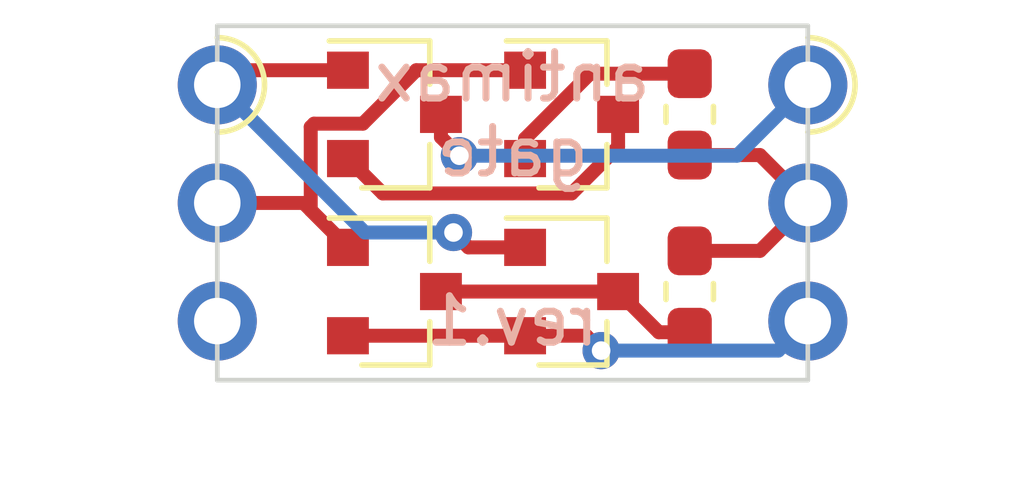
<source format=kicad_pcb>
(kicad_pcb (version 20171130) (host pcbnew 5.1.6)

  (general
    (thickness 1.6)
    (drawings 6)
    (tracks 43)
    (zones 0)
    (modules 8)
    (nets 10)
  )

  (page A4)
  (layers
    (0 F.Cu signal)
    (31 B.Cu signal)
    (32 B.Adhes user)
    (33 F.Adhes user)
    (34 B.Paste user)
    (35 F.Paste user)
    (36 B.SilkS user)
    (37 F.SilkS user)
    (38 B.Mask user)
    (39 F.Mask user)
    (40 Dwgs.User user)
    (41 Cmts.User user)
    (42 Eco1.User user)
    (43 Eco2.User user)
    (44 Edge.Cuts user)
    (45 Margin user)
    (46 B.CrtYd user)
    (47 F.CrtYd user)
    (48 B.Fab user)
    (49 F.Fab user)
  )

  (setup
    (last_trace_width 0.3)
    (user_trace_width 0.3)
    (trace_clearance 0.2)
    (zone_clearance 0.508)
    (zone_45_only no)
    (trace_min 0.2)
    (via_size 0.8)
    (via_drill 0.4)
    (via_min_size 0.4)
    (via_min_drill 0.3)
    (uvia_size 0.3)
    (uvia_drill 0.1)
    (uvias_allowed no)
    (uvia_min_size 0.2)
    (uvia_min_drill 0.1)
    (edge_width 0.05)
    (segment_width 0.2)
    (pcb_text_width 0.3)
    (pcb_text_size 1.5 1.5)
    (mod_edge_width 0.12)
    (mod_text_size 1 1)
    (mod_text_width 0.15)
    (pad_size 1.524 1.524)
    (pad_drill 0.762)
    (pad_to_mask_clearance 0.05)
    (aux_axis_origin 0 0)
    (visible_elements FFFFFF7F)
    (pcbplotparams
      (layerselection 0x010fc_ffffffff)
      (usegerberextensions false)
      (usegerberattributes true)
      (usegerberadvancedattributes true)
      (creategerberjobfile true)
      (excludeedgelayer true)
      (linewidth 0.100000)
      (plotframeref false)
      (viasonmask false)
      (mode 1)
      (useauxorigin false)
      (hpglpennumber 1)
      (hpglpenspeed 20)
      (hpglpendiameter 15.000000)
      (psnegative false)
      (psa4output false)
      (plotreference true)
      (plotvalue true)
      (plotinvisibletext false)
      (padsonsilk false)
      (subtractmaskfromsilk false)
      (outputformat 1)
      (mirror false)
      (drillshape 0)
      (scaleselection 1)
      (outputdirectory ""))
  )

  (net 0 "")
  (net 1 Vss)
  (net 2 Out)
  (net 3 B)
  (net 4 Vdd)
  (net 5 A)
  (net 6 "Net-(Q1-Pad3)")
  (net 7 "Net-(Q2-Pad2)")
  (net 8 "Net-(Q3-Pad2)")
  (net 9 "Net-(J1-Pad3)")

  (net_class Default "This is the default net class."
    (clearance 0.2)
    (trace_width 0.25)
    (via_dia 0.8)
    (via_drill 0.4)
    (uvia_dia 0.3)
    (uvia_drill 0.1)
    (add_net A)
    (add_net B)
    (add_net "Net-(J1-Pad3)")
    (add_net "Net-(Q1-Pad3)")
    (add_net "Net-(Q2-Pad2)")
    (add_net "Net-(Q3-Pad2)")
    (add_net Out)
    (add_net Vdd)
    (add_net Vss)
  )

  (module Castellation:Edge_Castellation_1x03_P2.54 (layer F.Cu) (tedit 5FE23D9F) (tstamp 5FE29D0C)
    (at 97.155 55.245)
    (descr "Edge Castellation, 1x03, 2.54mm pitch, single row")
    (tags "Castellation Edge 1x03 2.54mm single row")
    (path /5FE24834)
    (fp_text reference J1 (at 0 -2.54) (layer F.SilkS) hide
      (effects (font (size 1 1) (thickness 0.15)))
    )
    (fp_text value Conn_01x03 (at 0 7.85) (layer F.Fab)
      (effects (font (size 1 1) (thickness 0.15)))
    )
    (fp_text user %R (at 0 2.54 90) (layer F.Fab)
      (effects (font (size 1 1) (thickness 0.15)))
    )
    (fp_arc (start 0 0) (end 0 1.016) (angle -180) (layer F.SilkS) (width 0.12))
    (fp_line (start -1.8 6.85) (end -1.8 -1.8) (layer F.CrtYd) (width 0.05))
    (fp_line (start 1.75 6.85) (end -1.8 6.85) (layer F.CrtYd) (width 0.05))
    (fp_line (start 1.75 -1.8) (end 1.75 6.85) (layer F.CrtYd) (width 0.05))
    (fp_line (start -1.8 -1.8) (end 1.75 -1.8) (layer F.CrtYd) (width 0.05))
    (fp_line (start -1.27 6.35) (end -1.27 -1.27) (layer F.Fab) (width 0.1))
    (fp_line (start 1.27 6.35) (end -1.27 6.35) (layer F.Fab) (width 0.1))
    (fp_line (start 1.27 -0.635) (end 1.27 6.35) (layer F.Fab) (width 0.1))
    (fp_line (start 0.635 -1.27) (end 1.27 -0.635) (layer F.Fab) (width 0.1))
    (fp_line (start -1.27 -1.27) (end 0.635 -1.27) (layer F.Fab) (width 0.1))
    (pad 1 thru_hole oval (at 0 0) (size 1.7 1.7) (drill 1) (layers *.Cu *.Mask)
      (net 5 A))
    (pad 2 thru_hole oval (at 0 2.54) (size 1.7 1.7) (drill 1) (layers *.Cu *.Mask)
      (net 3 B))
    (pad 3 thru_hole oval (at 0 5.08) (size 1.7 1.7) (drill 1) (layers *.Cu *.Mask)
      (net 9 "Net-(J1-Pad3)"))
  )

  (module Resistor_SMD:R_0603_1608Metric_Pad1.05x0.95mm_HandSolder (layer F.Cu) (tedit 5B301BBD) (tstamp 5FE29D94)
    (at 107.315 59.69 270)
    (descr "Resistor SMD 0603 (1608 Metric), square (rectangular) end terminal, IPC_7351 nominal with elongated pad for handsoldering. (Body size source: http://www.tortai-tech.com/upload/download/2011102023233369053.pdf), generated with kicad-footprint-generator")
    (tags "resistor handsolder")
    (path /5FE26934)
    (attr smd)
    (fp_text reference R2 (at 0 -1.43 90) (layer F.SilkS) hide
      (effects (font (size 1 1) (thickness 0.15)))
    )
    (fp_text value 12k (at 0 1.43 90) (layer F.Fab)
      (effects (font (size 1 1) (thickness 0.15)))
    )
    (fp_text user %R (at 0 0 90) (layer F.Fab)
      (effects (font (size 0.4 0.4) (thickness 0.06)))
    )
    (fp_line (start -0.8 0.4) (end -0.8 -0.4) (layer F.Fab) (width 0.1))
    (fp_line (start -0.8 -0.4) (end 0.8 -0.4) (layer F.Fab) (width 0.1))
    (fp_line (start 0.8 -0.4) (end 0.8 0.4) (layer F.Fab) (width 0.1))
    (fp_line (start 0.8 0.4) (end -0.8 0.4) (layer F.Fab) (width 0.1))
    (fp_line (start -0.171267 -0.51) (end 0.171267 -0.51) (layer F.SilkS) (width 0.12))
    (fp_line (start -0.171267 0.51) (end 0.171267 0.51) (layer F.SilkS) (width 0.12))
    (fp_line (start -1.65 0.73) (end -1.65 -0.73) (layer F.CrtYd) (width 0.05))
    (fp_line (start -1.65 -0.73) (end 1.65 -0.73) (layer F.CrtYd) (width 0.05))
    (fp_line (start 1.65 -0.73) (end 1.65 0.73) (layer F.CrtYd) (width 0.05))
    (fp_line (start 1.65 0.73) (end -1.65 0.73) (layer F.CrtYd) (width 0.05))
    (pad 2 smd roundrect (at 0.875 0 270) (size 1.05 0.95) (layers F.Cu F.Paste F.Mask) (roundrect_rratio 0.25)
      (net 6 "Net-(Q1-Pad3)"))
    (pad 1 smd roundrect (at -0.875 0 270) (size 1.05 0.95) (layers F.Cu F.Paste F.Mask) (roundrect_rratio 0.25)
      (net 2 Out))
    (model ${KISYS3DMOD}/Resistor_SMD.3dshapes/R_0603_1608Metric.wrl
      (at (xyz 0 0 0))
      (scale (xyz 1 1 1))
      (rotate (xyz 0 0 0))
    )
  )

  (module Resistor_SMD:R_0603_1608Metric_Pad1.05x0.95mm_HandSolder (layer F.Cu) (tedit 5B301BBD) (tstamp 5FE29D83)
    (at 107.315 55.88 270)
    (descr "Resistor SMD 0603 (1608 Metric), square (rectangular) end terminal, IPC_7351 nominal with elongated pad for handsoldering. (Body size source: http://www.tortai-tech.com/upload/download/2011102023233369053.pdf), generated with kicad-footprint-generator")
    (tags "resistor handsolder")
    (path /5FDF3FD0)
    (attr smd)
    (fp_text reference R1 (at 0 -1.43 90) (layer F.SilkS) hide
      (effects (font (size 1 1) (thickness 0.15)))
    )
    (fp_text value 12k (at 0 1.43 90) (layer F.Fab)
      (effects (font (size 1 1) (thickness 0.15)))
    )
    (fp_text user %R (at 0 0 90) (layer F.Fab)
      (effects (font (size 0.4 0.4) (thickness 0.06)))
    )
    (fp_line (start -0.8 0.4) (end -0.8 -0.4) (layer F.Fab) (width 0.1))
    (fp_line (start -0.8 -0.4) (end 0.8 -0.4) (layer F.Fab) (width 0.1))
    (fp_line (start 0.8 -0.4) (end 0.8 0.4) (layer F.Fab) (width 0.1))
    (fp_line (start 0.8 0.4) (end -0.8 0.4) (layer F.Fab) (width 0.1))
    (fp_line (start -0.171267 -0.51) (end 0.171267 -0.51) (layer F.SilkS) (width 0.12))
    (fp_line (start -0.171267 0.51) (end 0.171267 0.51) (layer F.SilkS) (width 0.12))
    (fp_line (start -1.65 0.73) (end -1.65 -0.73) (layer F.CrtYd) (width 0.05))
    (fp_line (start -1.65 -0.73) (end 1.65 -0.73) (layer F.CrtYd) (width 0.05))
    (fp_line (start 1.65 -0.73) (end 1.65 0.73) (layer F.CrtYd) (width 0.05))
    (fp_line (start 1.65 0.73) (end -1.65 0.73) (layer F.CrtYd) (width 0.05))
    (pad 2 smd roundrect (at 0.875 0 270) (size 1.05 0.95) (layers F.Cu F.Paste F.Mask) (roundrect_rratio 0.25)
      (net 2 Out))
    (pad 1 smd roundrect (at -0.875 0 270) (size 1.05 0.95) (layers F.Cu F.Paste F.Mask) (roundrect_rratio 0.25)
      (net 8 "Net-(Q3-Pad2)"))
    (model ${KISYS3DMOD}/Resistor_SMD.3dshapes/R_0603_1608Metric.wrl
      (at (xyz 0 0 0))
      (scale (xyz 1 1 1))
      (rotate (xyz 0 0 0))
    )
  )

  (module Package_TO_SOT_SMD:SOT-23 (layer F.Cu) (tedit 5A02FF57) (tstamp 5FE29D72)
    (at 104.775 59.69)
    (descr "SOT-23, Standard")
    (tags SOT-23)
    (path /5FE1F5E9)
    (attr smd)
    (fp_text reference Q4 (at 0 -2.5) (layer F.SilkS) hide
      (effects (font (size 1 1) (thickness 0.15)))
    )
    (fp_text value 2N7002 (at 0 2.5) (layer F.Fab)
      (effects (font (size 1 1) (thickness 0.15)))
    )
    (fp_text user %R (at 0 0 90) (layer F.Fab)
      (effects (font (size 0.5 0.5) (thickness 0.075)))
    )
    (fp_line (start -0.7 -0.95) (end -0.7 1.5) (layer F.Fab) (width 0.1))
    (fp_line (start -0.15 -1.52) (end 0.7 -1.52) (layer F.Fab) (width 0.1))
    (fp_line (start -0.7 -0.95) (end -0.15 -1.52) (layer F.Fab) (width 0.1))
    (fp_line (start 0.7 -1.52) (end 0.7 1.52) (layer F.Fab) (width 0.1))
    (fp_line (start -0.7 1.52) (end 0.7 1.52) (layer F.Fab) (width 0.1))
    (fp_line (start 0.76 1.58) (end 0.76 0.65) (layer F.SilkS) (width 0.12))
    (fp_line (start 0.76 -1.58) (end 0.76 -0.65) (layer F.SilkS) (width 0.12))
    (fp_line (start -1.7 -1.75) (end 1.7 -1.75) (layer F.CrtYd) (width 0.05))
    (fp_line (start 1.7 -1.75) (end 1.7 1.75) (layer F.CrtYd) (width 0.05))
    (fp_line (start 1.7 1.75) (end -1.7 1.75) (layer F.CrtYd) (width 0.05))
    (fp_line (start -1.7 1.75) (end -1.7 -1.75) (layer F.CrtYd) (width 0.05))
    (fp_line (start 0.76 -1.58) (end -1.4 -1.58) (layer F.SilkS) (width 0.12))
    (fp_line (start 0.76 1.58) (end -0.7 1.58) (layer F.SilkS) (width 0.12))
    (pad 3 smd rect (at 1 0) (size 0.9 0.8) (layers F.Cu F.Paste F.Mask)
      (net 6 "Net-(Q1-Pad3)"))
    (pad 2 smd rect (at -1 0.95) (size 0.9 0.8) (layers F.Cu F.Paste F.Mask)
      (net 1 Vss))
    (pad 1 smd rect (at -1 -0.95) (size 0.9 0.8) (layers F.Cu F.Paste F.Mask)
      (net 5 A))
    (model ${KISYS3DMOD}/Package_TO_SOT_SMD.3dshapes/SOT-23.wrl
      (at (xyz 0 0 0))
      (scale (xyz 1 1 1))
      (rotate (xyz 0 0 0))
    )
  )

  (module Package_TO_SOT_SMD:SOT-23 (layer F.Cu) (tedit 5A02FF57) (tstamp 5FE29D5D)
    (at 104.775 55.88)
    (descr "SOT-23, Standard")
    (tags SOT-23)
    (path /5FE1ECAA)
    (attr smd)
    (fp_text reference Q3 (at 0 -2.5) (layer F.SilkS) hide
      (effects (font (size 1 1) (thickness 0.15)))
    )
    (fp_text value BSS84 (at 0 2.5) (layer F.Fab)
      (effects (font (size 1 1) (thickness 0.15)))
    )
    (fp_text user %R (at 0 0 90) (layer F.Fab)
      (effects (font (size 0.5 0.5) (thickness 0.075)))
    )
    (fp_line (start -0.7 -0.95) (end -0.7 1.5) (layer F.Fab) (width 0.1))
    (fp_line (start -0.15 -1.52) (end 0.7 -1.52) (layer F.Fab) (width 0.1))
    (fp_line (start -0.7 -0.95) (end -0.15 -1.52) (layer F.Fab) (width 0.1))
    (fp_line (start 0.7 -1.52) (end 0.7 1.52) (layer F.Fab) (width 0.1))
    (fp_line (start -0.7 1.52) (end 0.7 1.52) (layer F.Fab) (width 0.1))
    (fp_line (start 0.76 1.58) (end 0.76 0.65) (layer F.SilkS) (width 0.12))
    (fp_line (start 0.76 -1.58) (end 0.76 -0.65) (layer F.SilkS) (width 0.12))
    (fp_line (start -1.7 -1.75) (end 1.7 -1.75) (layer F.CrtYd) (width 0.05))
    (fp_line (start 1.7 -1.75) (end 1.7 1.75) (layer F.CrtYd) (width 0.05))
    (fp_line (start 1.7 1.75) (end -1.7 1.75) (layer F.CrtYd) (width 0.05))
    (fp_line (start -1.7 1.75) (end -1.7 -1.75) (layer F.CrtYd) (width 0.05))
    (fp_line (start 0.76 -1.58) (end -1.4 -1.58) (layer F.SilkS) (width 0.12))
    (fp_line (start 0.76 1.58) (end -0.7 1.58) (layer F.SilkS) (width 0.12))
    (pad 3 smd rect (at 1 0) (size 0.9 0.8) (layers F.Cu F.Paste F.Mask)
      (net 7 "Net-(Q2-Pad2)"))
    (pad 2 smd rect (at -1 0.95) (size 0.9 0.8) (layers F.Cu F.Paste F.Mask)
      (net 8 "Net-(Q3-Pad2)"))
    (pad 1 smd rect (at -1 -0.95) (size 0.9 0.8) (layers F.Cu F.Paste F.Mask)
      (net 3 B))
    (model ${KISYS3DMOD}/Package_TO_SOT_SMD.3dshapes/SOT-23.wrl
      (at (xyz 0 0 0))
      (scale (xyz 1 1 1))
      (rotate (xyz 0 0 0))
    )
  )

  (module Package_TO_SOT_SMD:SOT-23 (layer F.Cu) (tedit 5A02FF57) (tstamp 5FE29D48)
    (at 100.965 55.88)
    (descr "SOT-23, Standard")
    (tags SOT-23)
    (path /5FE1D204)
    (attr smd)
    (fp_text reference Q2 (at 0 -2.5) (layer F.SilkS) hide
      (effects (font (size 1 1) (thickness 0.15)))
    )
    (fp_text value BSS84 (at 0 2.5) (layer F.Fab)
      (effects (font (size 1 1) (thickness 0.15)))
    )
    (fp_text user %R (at 0 0 90) (layer F.Fab)
      (effects (font (size 0.5 0.5) (thickness 0.075)))
    )
    (fp_line (start -0.7 -0.95) (end -0.7 1.5) (layer F.Fab) (width 0.1))
    (fp_line (start -0.15 -1.52) (end 0.7 -1.52) (layer F.Fab) (width 0.1))
    (fp_line (start -0.7 -0.95) (end -0.15 -1.52) (layer F.Fab) (width 0.1))
    (fp_line (start 0.7 -1.52) (end 0.7 1.52) (layer F.Fab) (width 0.1))
    (fp_line (start -0.7 1.52) (end 0.7 1.52) (layer F.Fab) (width 0.1))
    (fp_line (start 0.76 1.58) (end 0.76 0.65) (layer F.SilkS) (width 0.12))
    (fp_line (start 0.76 -1.58) (end 0.76 -0.65) (layer F.SilkS) (width 0.12))
    (fp_line (start -1.7 -1.75) (end 1.7 -1.75) (layer F.CrtYd) (width 0.05))
    (fp_line (start 1.7 -1.75) (end 1.7 1.75) (layer F.CrtYd) (width 0.05))
    (fp_line (start 1.7 1.75) (end -1.7 1.75) (layer F.CrtYd) (width 0.05))
    (fp_line (start -1.7 1.75) (end -1.7 -1.75) (layer F.CrtYd) (width 0.05))
    (fp_line (start 0.76 -1.58) (end -1.4 -1.58) (layer F.SilkS) (width 0.12))
    (fp_line (start 0.76 1.58) (end -0.7 1.58) (layer F.SilkS) (width 0.12))
    (pad 3 smd rect (at 1 0) (size 0.9 0.8) (layers F.Cu F.Paste F.Mask)
      (net 4 Vdd))
    (pad 2 smd rect (at -1 0.95) (size 0.9 0.8) (layers F.Cu F.Paste F.Mask)
      (net 7 "Net-(Q2-Pad2)"))
    (pad 1 smd rect (at -1 -0.95) (size 0.9 0.8) (layers F.Cu F.Paste F.Mask)
      (net 5 A))
    (model ${KISYS3DMOD}/Package_TO_SOT_SMD.3dshapes/SOT-23.wrl
      (at (xyz 0 0 0))
      (scale (xyz 1 1 1))
      (rotate (xyz 0 0 0))
    )
  )

  (module Package_TO_SOT_SMD:SOT-23 (layer F.Cu) (tedit 5A02FF57) (tstamp 5FE29D33)
    (at 100.965 59.69)
    (descr "SOT-23, Standard")
    (tags SOT-23)
    (path /5FE2166E)
    (attr smd)
    (fp_text reference Q1 (at 0 -2.5) (layer F.SilkS) hide
      (effects (font (size 1 1) (thickness 0.15)))
    )
    (fp_text value 2N7002 (at 0 2.5) (layer F.Fab)
      (effects (font (size 1 1) (thickness 0.15)))
    )
    (fp_text user %R (at 0 0 90) (layer F.Fab)
      (effects (font (size 0.5 0.5) (thickness 0.075)))
    )
    (fp_line (start -0.7 -0.95) (end -0.7 1.5) (layer F.Fab) (width 0.1))
    (fp_line (start -0.15 -1.52) (end 0.7 -1.52) (layer F.Fab) (width 0.1))
    (fp_line (start -0.7 -0.95) (end -0.15 -1.52) (layer F.Fab) (width 0.1))
    (fp_line (start 0.7 -1.52) (end 0.7 1.52) (layer F.Fab) (width 0.1))
    (fp_line (start -0.7 1.52) (end 0.7 1.52) (layer F.Fab) (width 0.1))
    (fp_line (start 0.76 1.58) (end 0.76 0.65) (layer F.SilkS) (width 0.12))
    (fp_line (start 0.76 -1.58) (end 0.76 -0.65) (layer F.SilkS) (width 0.12))
    (fp_line (start -1.7 -1.75) (end 1.7 -1.75) (layer F.CrtYd) (width 0.05))
    (fp_line (start 1.7 -1.75) (end 1.7 1.75) (layer F.CrtYd) (width 0.05))
    (fp_line (start 1.7 1.75) (end -1.7 1.75) (layer F.CrtYd) (width 0.05))
    (fp_line (start -1.7 1.75) (end -1.7 -1.75) (layer F.CrtYd) (width 0.05))
    (fp_line (start 0.76 -1.58) (end -1.4 -1.58) (layer F.SilkS) (width 0.12))
    (fp_line (start 0.76 1.58) (end -0.7 1.58) (layer F.SilkS) (width 0.12))
    (pad 3 smd rect (at 1 0) (size 0.9 0.8) (layers F.Cu F.Paste F.Mask)
      (net 6 "Net-(Q1-Pad3)"))
    (pad 2 smd rect (at -1 0.95) (size 0.9 0.8) (layers F.Cu F.Paste F.Mask)
      (net 1 Vss))
    (pad 1 smd rect (at -1 -0.95) (size 0.9 0.8) (layers F.Cu F.Paste F.Mask)
      (net 3 B))
    (model ${KISYS3DMOD}/Package_TO_SOT_SMD.3dshapes/SOT-23.wrl
      (at (xyz 0 0 0))
      (scale (xyz 1 1 1))
      (rotate (xyz 0 0 0))
    )
  )

  (module Castellation:Edge_Castellation_1x03_P2.54 (layer F.Cu) (tedit 5FE23D9F) (tstamp 5FE29D1E)
    (at 109.855 55.245)
    (descr "Edge Castellation, 1x03, 2.54mm pitch, single row")
    (tags "Castellation Edge 1x03 2.54mm single row")
    (path /5FE25C8C)
    (fp_text reference J2 (at 0 -2.54) (layer F.SilkS) hide
      (effects (font (size 1 1) (thickness 0.15)))
    )
    (fp_text value Conn_01x03 (at 0 7.85) (layer F.Fab)
      (effects (font (size 1 1) (thickness 0.15)))
    )
    (fp_text user %R (at 0 2.54 90) (layer F.Fab)
      (effects (font (size 1 1) (thickness 0.15)))
    )
    (fp_arc (start 0 0) (end 0 1.016) (angle -180) (layer F.SilkS) (width 0.12))
    (fp_line (start -1.8 6.85) (end -1.8 -1.8) (layer F.CrtYd) (width 0.05))
    (fp_line (start 1.75 6.85) (end -1.8 6.85) (layer F.CrtYd) (width 0.05))
    (fp_line (start 1.75 -1.8) (end 1.75 6.85) (layer F.CrtYd) (width 0.05))
    (fp_line (start -1.8 -1.8) (end 1.75 -1.8) (layer F.CrtYd) (width 0.05))
    (fp_line (start -1.27 6.35) (end -1.27 -1.27) (layer F.Fab) (width 0.1))
    (fp_line (start 1.27 6.35) (end -1.27 6.35) (layer F.Fab) (width 0.1))
    (fp_line (start 1.27 -0.635) (end 1.27 6.35) (layer F.Fab) (width 0.1))
    (fp_line (start 0.635 -1.27) (end 1.27 -0.635) (layer F.Fab) (width 0.1))
    (fp_line (start -1.27 -1.27) (end 0.635 -1.27) (layer F.Fab) (width 0.1))
    (pad 1 thru_hole oval (at 0 0) (size 1.7 1.7) (drill 1) (layers *.Cu *.Mask)
      (net 4 Vdd))
    (pad 2 thru_hole oval (at 0 2.54) (size 1.7 1.7) (drill 1) (layers *.Cu *.Mask)
      (net 2 Out))
    (pad 3 thru_hole oval (at 0 5.08) (size 1.7 1.7) (drill 1) (layers *.Cu *.Mask)
      (net 1 Vss))
  )

  (gr_text "rev.1\n" (at 103.505 60.325) (layer B.SilkS)
    (effects (font (size 1 1) (thickness 0.15)) (justify mirror))
  )
  (gr_text "antimax\ngate\n" (at 103.505 55.88) (layer B.SilkS)
    (effects (font (size 1 1) (thickness 0.15)) (justify mirror))
  )
  (gr_line (start 109.855 53.975) (end 109.855 61.595) (layer Edge.Cuts) (width 0.1))
  (gr_line (start 97.155 53.975) (end 109.855 53.975) (layer Edge.Cuts) (width 0.1))
  (gr_line (start 97.155 61.595) (end 97.155 53.975) (layer Edge.Cuts) (width 0.1))
  (gr_line (start 109.855 61.595) (end 97.155 61.595) (layer Edge.Cuts) (width 0.1))

  (segment (start 99.965 60.64) (end 103.775 60.64) (width 0.3) (layer F.Cu) (net 1))
  (segment (start 103.775 60.64) (end 105.09 60.64) (width 0.3) (layer F.Cu) (net 1))
  (segment (start 105.09 60.64) (end 105.41 60.96) (width 0.3) (layer F.Cu) (net 1))
  (segment (start 105.41 60.96) (end 105.41 60.96) (width 0.3) (layer F.Cu) (net 1) (tstamp 5FE2A494))
  (via (at 105.41 60.96) (size 0.8) (drill 0.4) (layers F.Cu B.Cu) (net 1) (status 1000000))
  (segment (start 105.41 60.96) (end 109.22 60.96) (width 0.3) (layer B.Cu) (net 1) (status 1000000))
  (segment (start 109.22 60.96) (end 109.855 60.325) (width 0.3) (layer B.Cu) (net 1) (status 1000000))
  (segment (start 108.825 58.815) (end 109.855 57.785) (width 0.3) (layer F.Cu) (net 2))
  (segment (start 107.315 58.815) (end 108.825 58.815) (width 0.3) (layer F.Cu) (net 2))
  (segment (start 108.825 56.755) (end 109.855 57.785) (width 0.3) (layer F.Cu) (net 2) (status 1000000))
  (segment (start 107.315 56.755) (end 108.825 56.755) (width 0.3) (layer F.Cu) (net 2))
  (segment (start 99.164999 57.939999) (end 99.965 58.74) (width 0.3) (layer F.Cu) (net 3))
  (segment (start 99.164999 56.149999) (end 99.164999 57.939999) (width 0.3) (layer F.Cu) (net 3))
  (segment (start 99.234999 56.079999) (end 99.164999 56.149999) (width 0.3) (layer F.Cu) (net 3))
  (segment (start 100.284999 56.079999) (end 99.234999 56.079999) (width 0.3) (layer F.Cu) (net 3))
  (segment (start 101.434998 54.93) (end 100.284999 56.079999) (width 0.3) (layer F.Cu) (net 3))
  (segment (start 103.775 54.93) (end 101.434998 54.93) (width 0.3) (layer F.Cu) (net 3))
  (segment (start 99.01 57.785) (end 99.965 58.74) (width 0.3) (layer F.Cu) (net 3))
  (segment (start 97.155 57.785) (end 99.01 57.785) (width 0.3) (layer F.Cu) (net 3))
  (segment (start 101.965 55.88) (end 101.965 56.372) (width 0.3) (layer F.Cu) (net 4))
  (segment (start 101.965 56.372) (end 102.362 56.769) (width 0.3) (layer F.Cu) (net 4))
  (segment (start 102.362 56.769) (end 102.362 56.769) (width 0.3) (layer F.Cu) (net 4) (tstamp 5FE2A4FD))
  (via (at 102.362 56.769) (size 0.8) (drill 0.4) (layers F.Cu B.Cu) (net 4) (status 1000000))
  (segment (start 102.362 56.769) (end 108.331 56.769) (width 0.3) (layer B.Cu) (net 4) (status 1000000))
  (segment (start 108.331 56.769) (end 109.855 55.245) (width 0.3) (layer B.Cu) (net 4) (status 1000000))
  (segment (start 97.47 54.93) (end 97.155 55.245) (width 0.3) (layer F.Cu) (net 5))
  (segment (start 103.775 58.74) (end 102.555 58.74) (width 0.3) (layer F.Cu) (net 5))
  (segment (start 102.555 58.74) (end 102.235 58.42) (width 0.3) (layer F.Cu) (net 5))
  (segment (start 102.235 58.42) (end 102.235 58.42) (width 0.3) (layer F.Cu) (net 5) (tstamp 5FE2A471))
  (segment (start 99.965 54.93) (end 97.47 54.93) (width 0.3) (layer F.Cu) (net 5))
  (segment (start 102.235 58.42) (end 100.33 58.42) (width 0.3) (layer B.Cu) (net 5) (status 1000000))
  (via (at 102.235 58.42) (size 0.8) (drill 0.4) (layers F.Cu B.Cu) (net 5) (status 1000000))
  (segment (start 100.33 58.42) (end 97.155 55.245) (width 0.3) (layer B.Cu) (net 5) (status 1000000))
  (segment (start 106.65 60.565) (end 105.775 59.69) (width 0.3) (layer F.Cu) (net 6))
  (segment (start 107.315 60.565) (end 106.65 60.565) (width 0.3) (layer F.Cu) (net 6))
  (segment (start 105.775 59.69) (end 101.965 59.69) (width 0.3) (layer F.Cu) (net 6))
  (segment (start 100.715001 57.580001) (end 104.774999 57.580001) (width 0.3) (layer F.Cu) (net 7))
  (segment (start 105.775 56.58) (end 105.775 55.88) (width 0.3) (layer F.Cu) (net 7))
  (segment (start 99.965 56.83) (end 100.715001 57.580001) (width 0.3) (layer F.Cu) (net 7))
  (segment (start 104.774999 57.580001) (end 105.775 56.58) (width 0.3) (layer F.Cu) (net 7))
  (segment (start 105.169998 55.005) (end 107.315 55.005) (width 0.3) (layer F.Cu) (net 8))
  (segment (start 103.775 56.399998) (end 105.169998 55.005) (width 0.3) (layer F.Cu) (net 8))
  (segment (start 103.775 56.83) (end 103.775 56.399998) (width 0.3) (layer F.Cu) (net 8))

)

</source>
